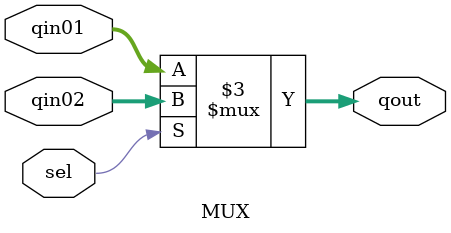
<source format=v>
module MUX
  (
  input [63:0] qin01,
  input [63:0] qin02,
  input sel,
  output reg [63:0] qout
  );
  
  always @(sel or qin01 or qin02)
    if (sel)
      qout <= qin02;
    else
      qout <= qin01;
  
endmodule
  
</source>
